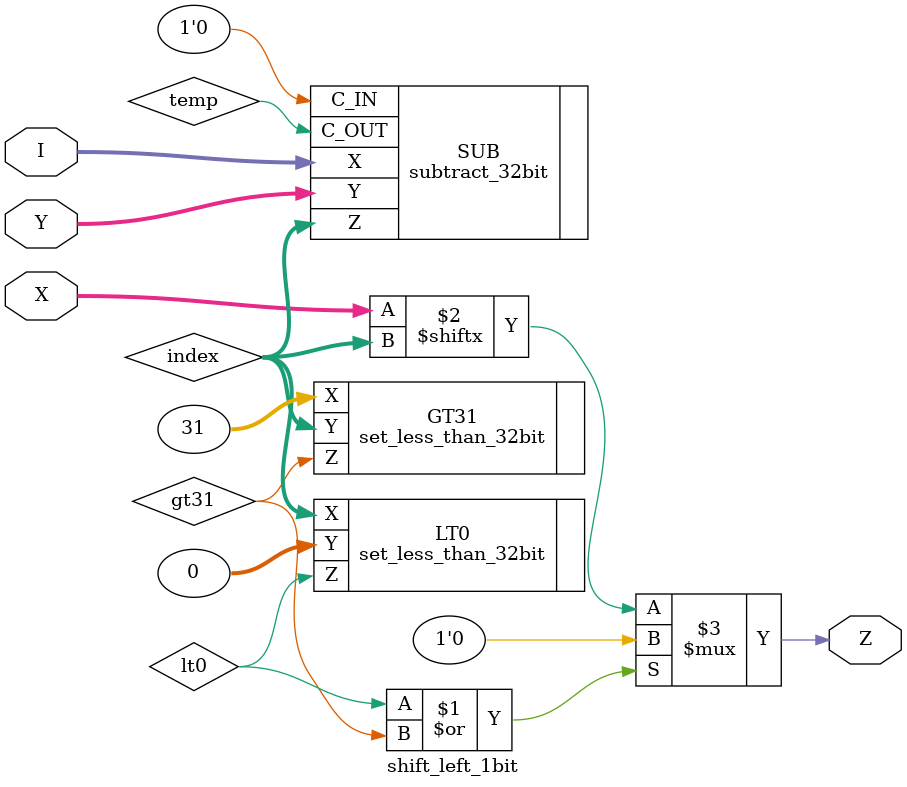
<source format=v>
`timescale 1ns / 1ps
`default_nettype none
module shift_left_1bit(X,Y,I,Z);
	//port definitions
	input  wire [31:0] X;
	input  wire [31:0] Y;
	input  wire [31:0] I;
	output wire Z;

// j = i - Y; if j < 0: Z[i] = 0; else Z[i] = X[j];
   wire [31:0] index;
   wire lt0, gt31, temp;
   subtract_32bit SUB (.X(I), .Y(Y), .Z(index), .C_IN(1'b0), .C_OUT(temp));
   set_less_than_32bit LT0 (.X(index), .Y(32'd0), .Z(lt0));
   set_less_than_32bit GT31 (.X(32'd31), .Y(index), .Z(gt31));
   assign Z = (lt0 | gt31) ? 1'b0 : X[index];

endmodule
`default_nettype wire

</source>
